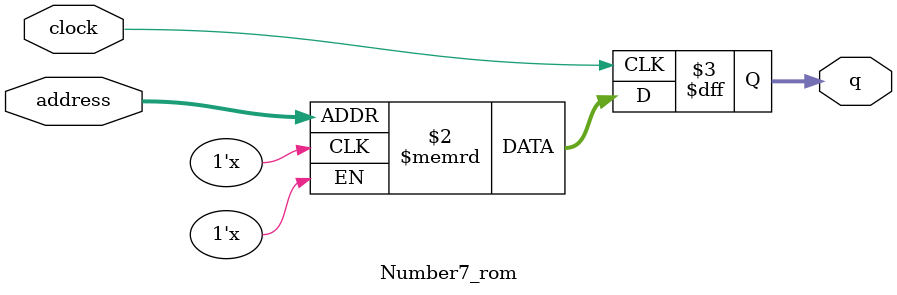
<source format=sv>
module Number7_rom (
	input logic clock,
	input logic [11:0] address,
	output logic [1:0] q
);

logic [1:0] memory [0:2499] /* synthesis ram_init_file = "./Number7/Number7.COE" */;

always_ff @ (posedge clock) begin
	q <= memory[address];
end

endmodule

</source>
